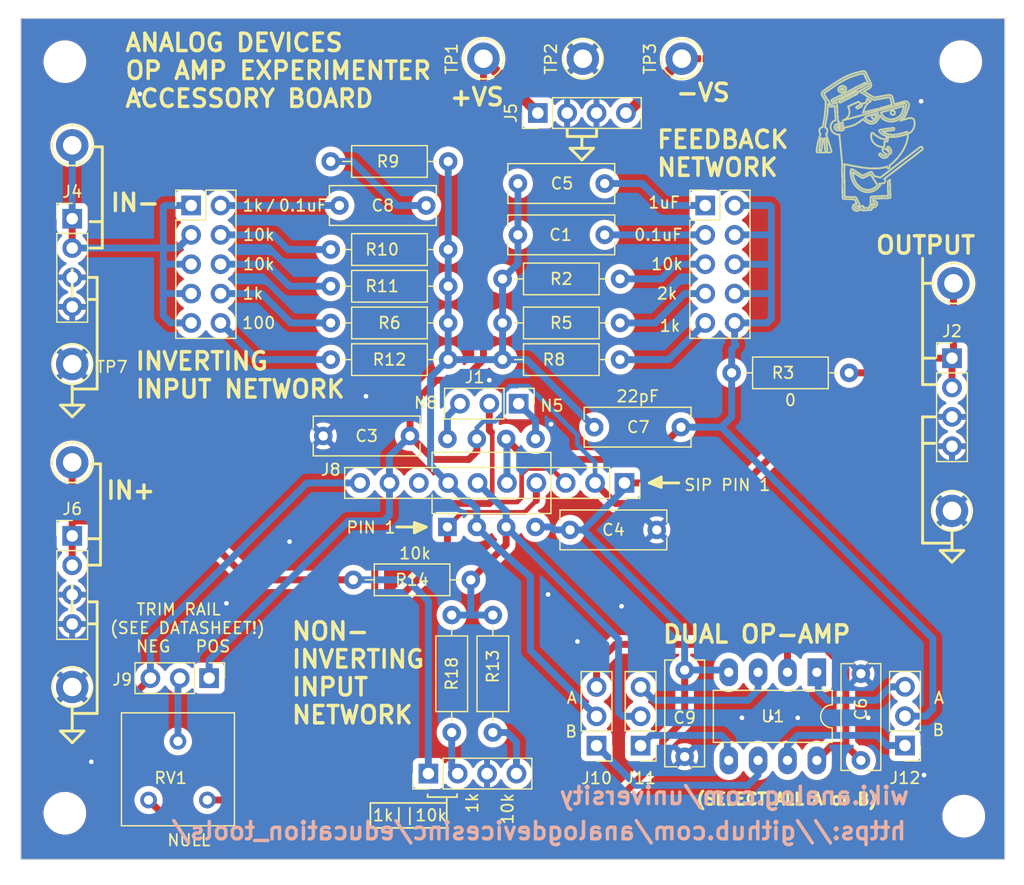
<source format=kicad_pcb>
(kicad_pcb (version 20221018) (generator pcbnew)
  (layers (0 "F.Cu" signal) (31 "B.Cu" signal) (34 "B.Paste" user) (35 "F.Paste" user) (36 "B.SilkS" user "B.Silkscreen") (37 "F.SilkS" user "F.Silkscreen") (38 "B.Mask" user) (39 "F.Mask" user) (44 "Edge.Cuts" user))
  (net 0 "")
  (net 1 "Net-(C8-Pad2)")
  (net 2 "GND")
  (net 3 "VSS")
  (net 4 "VCC")
  (net 5 "/NP1")
  (net 6 "/NP")
  (net 7 "/OUT")
  (net 8 "/IN+")
  (net 9 "/IN-")
  (net 10 "Net-(J9-Pin_2)")
  (net 11 "Net-(J10-Pin_1)")
  (net 12 "Net-(J10-Pin_3)")
  (net 13 "Net-(J11-Pin_1)")
  (net 14 "Net-(J11-Pin_3)")
  (net 15 "Net-(J12-Pin_1)")
  (net 16 "Net-(J12-Pin_3)")
  (net 18 "Net-(J2-Pin_1)")
  (net 19 "Net-(J14-Pin_2)")
  (net 20 "Net-(J14-Pin_1)")
  (net 21 "Net-(J14-Pin_4)")
  (net 22 "Net-(J14-Pin_6)")
  (net 23 "Net-(J14-Pin_8)")
  (net 24 "Net-(J14-Pin_10)")
  (net 25 "Net-(J15-Pin_3)")
  (net 26 "Net-(J15-Pin_1)")
  (net 27 "Net-(J15-Pin_5)")
  (net 28 "Net-(J15-Pin_7)")
  (net 29 "Net-(J15-Pin_9)")
  (net 30 "/NP2")
  (net 31 "/NN")
  (net 32 "Net-(J3-Pin_1)")
  (net 33 "Net-(J3-Pin_2)")
  (net 34 "Net-(J3-Pin_4)")
  (footprint "MountingHole:MountingHole_3.2mm_M3" (layer "F.Cu") (at 187.071 59.309)
    (fp_text reference "H1")
    (fp_text value "MountingHole")
  )
  (footprint "Package_DIP:DIP-8_W7.62mm" (layer "F.Cu") (at 142.681 99.568 90)
    (fp_text reference "U2")
    (fp_text value "LM741")
  )
  (footprint "Resistor_THT:R_Axial_DIN0207_L6.3mm_D2.5mm_P10.16mm_Horizontal" (layer "F.Cu") (at 146.608 107.188 -90)
    (fp_text reference "R13")
    (fp_text value "10k")
  )
  (footprint "Capacitor_THT:C_Rect_L9.0mm_W3.2mm_P7.50mm_MKT" (layer "F.Cu") (at 155.374 90.932)
    (fp_text reference "C7")
    (fp_text value "22pF")
  )
  (footprint "TestPoint:TestPoint_Keystone_5005-5009_Compact" (layer "F.Cu") (at 145.796 59.055 90)
    (fp_text reference "TP1")
    (fp_text value "TestPoint")
  )
  (footprint "Resistor_THT:R_Axial_DIN0207_L6.3mm_D2.5mm_P10.16mm_Horizontal" (layer "F.Cu") (at 147.447 85.09)
    (fp_text reference "R8")
    (fp_text value "1k")
  )
  (footprint "Connector_PinSocket_2.54mm:PinSocket_1x10_P2.54mm_Vertical" (layer "F.Cu") (at 157.988 95.758 -90)
    (fp_text reference "J8")
    (fp_text value "Conn_01x10_Socket")
  )
  (footprint "Connector_PinHeader_2.54mm:PinHeader_1x03_P2.54mm_Vertical" (layer "F.Cu") (at 159.385 118.491 180)
    (fp_text reference "J11")
    (fp_text value "Conn_01x03_Pin")
  )
  (footprint "TestPoint:TestPoint_Keystone_5005-5009_Compact" (layer "F.Cu") (at 110.236 66.548)
    (fp_text reference "TP6")
    (fp_text value "TestPoint")
  )
  (footprint "TestPoint:TestPoint_Keystone_5005-5009_Compact" (layer "F.Cu") (at 186.309 98.171)
    (fp_text reference "TP5")
    (fp_text value "TestPoint")
  )
  (footprint "TestPoint:TestPoint_Keystone_5005-5009_Compact" (layer "F.Cu") (at 110.236 113.411)
    (fp_text reference "TP9")
    (fp_text value "TestPoint")
  )
  (footprint "lumped-transmission-line:PROFF" (layer "F.Cu") (at 174.52775 72.28405)
    (fp_text reference "U$1" hide)
    (fp_text value "PROFF" hide)
  )
  (footprint "Connector_PinHeader_2.54mm:PinHeader_1x03_P2.54mm_Vertical" (layer "F.Cu") (at 122.077 112.649 -90)
    (fp_text reference "J9")
    (fp_text value "Conn_01x03_Pin")
  )
  (footprint "TestPoint:TestPoint_Keystone_5005-5009_Compact" (layer "F.Cu") (at 110.236 93.98)
    (fp_text reference "TP8")
    (fp_text value "TestPoint")
  )
  (footprint "Capacitor_THT:C_Rect_L9.0mm_W3.2mm_P7.50mm_MKT" (layer "F.Cu") (at 178.435 119.761 90)
    (fp_text reference "C6")
    (fp_text value "1.0uF")
  )
  (footprint "Connector_PinHeader_2.54mm:PinHeader_1x03_P2.54mm_Vertical" (layer "F.Cu") (at 182.245 118.476 180)
    (fp_text reference "J12")
    (fp_text value "Conn_01x03_Pin")
  )
  (footprint "Connector_PinHeader_2.54mm:PinHeader_1x03_P2.54mm_Vertical" (layer "F.Cu") (at 148.844 88.9 -90)
    (fp_text reference "J1")
    (fp_text value "Conn_01x03_Pin")
  )
  (footprint "Capacitor_THT:C_Rect_L9.0mm_W3.2mm_P7.50mm_MKT" (layer "F.Cu") (at 160.782 99.822 180)
    (fp_text reference "C4")
    (fp_text value "1.0uF")
  )
  (footprint "TestPoint:TestPoint_Keystone_5005-5009_Compact" (layer "F.Cu") (at 186.436 78.486)
    (fp_text reference "TP4")
    (fp_text value "TestPoint")
  )
  (footprint "MountingHole:MountingHole_3.2mm_M3" (layer "F.Cu") (at 109.601 59.309)
    (fp_text reference "H2")
    (fp_text value "MountingHole")
  )
  (footprint "Capacitor_THT:C_Rect_L9.0mm_W3.2mm_P7.50mm_MKT" (layer "F.Cu") (at 148.777 69.85)
    (fp_text reference "C5")
    (fp_text value "1uF")
  )
  (footprint "MountingHole:MountingHole_3.2mm_M3" (layer "F.Cu") (at 187.325 124.587)
    (fp_text reference "H3")
    (fp_text value "MountingHole")
  )
  (footprint "Connector_PinHeader_2.54mm:PinHeader_1x04_P2.54mm_Vertical" (layer "F.Cu") (at 141.03 120.904 90)
    (fp_text reference "J3")
    (fp_text value "Conn_01x04_Pin")
  )
  (footprint "Resistor_THT:R_Axial_DIN0207_L6.3mm_D2.5mm_P10.16mm_Horizontal" (layer "F.Cu") (at 147.447 81.915)
    (fp_text reference "R5")
    (fp_text value "2k")
  )
  (footprint "Connector_PinHeader_2.54mm:PinHeader_2x05_P2.54mm_Vertical" (layer "F.Cu") (at 120.523 71.755)
    (fp_text reference "J14")
    (fp_text value "Conn_02x05_Odd_Even")
  )
  (footprint "Capacitor_THT:C_Rect_L9.0mm_W3.2mm_P7.50mm_MKT" (layer "F.Cu") (at 148.777 74.295)
    (fp_text reference "C1")
    (fp_text value "0.1uF")
  )
  (footprint "Capacitor_THT:C_Rect_L9.0mm_W3.2mm_P7.50mm_MKT" (layer "F.Cu") (at 163.195 119.447 90)
    (fp_text reference "C9")
    (fp_text value "1.0uF")
  )
  (footprint "Connector_PinHeader_2.54mm:PinHeader_1x04_P2.54mm_Vertical" (layer "F.Cu") (at 186.309 84.963)
    (fp_text reference "J2")
    (fp_text value "Conn_01x04_Pin")
  )
  (footprint "Potentiometer_THT:Potentiometer_Bourns_3386F_Vertical" (layer "F.Cu") (at 121.92 123.19 90)
    (fp_text reference "RV1")
    (fp_text value "1k")
  )
  (footprint "Connector_PinHeader_2.54mm:PinHeader_2x05_P2.54mm_Vertical" (layer "F.Cu") (at 164.973 71.755)
    (fp_text reference "J15")
    (fp_text value "Conn_02x05_Odd_Even")
  )
  (footprint "Capacitor_THT:C_Rect_L9.0mm_W3.2mm_P7.50mm_MKT" (layer "F.Cu") (at 133.343 71.755)
    (fp_text reference "C8")
    (fp_text value "0.1uF")
  )
  (footprint "Resistor_THT:R_Axial_DIN0207_L6.3mm_D2.5mm_P10.16mm_Horizontal" (layer "F.Cu") (at 132.588 75.565)
    (fp_text reference "R10")
    (fp_text value "10k")
  )
  (footprint "Resistor_THT:R_Axial_DIN0207_L6.3mm_D2.5mm_P10.16mm_Horizontal" (layer "F.Cu") (at 132.588 78.74)
    (fp_text reference "R11")
    (fp_text value "10k")
  )
  (footprint "Connector_PinHeader_2.54mm:PinHeader_1x04_P2.54mm_Vertical" (layer "F.Cu") (at 110.236 100.34)
    (fp_text reference "J6")
    (fp_text value "Conn_01x04_Pin")
  )
  (footprint "Resistor_THT:R_Axial_DIN0207_L6.3mm_D2.5mm_P10.16mm_Horizontal" (layer "F.Cu") (at 167.259 86.233)
    (fp_text reference "R3")
    (fp_text value "0")
  )
  (footprint "Resistor_THT:R_Axial_DIN0207_L6.3mm_D2.5mm_P10.16mm_Horizontal" (layer "F.Cu") (at 134.543 104.14)
    (fp_text reference "R14")
    (fp_text value "10k")
  )
  (footprint "Connector_PinHeader_2.54mm:PinHeader_1x04_P2.54mm_Vertical" (layer "F.Cu") (at 110.236 72.898)
    (fp_text reference "J4")
    (fp_text value "Conn_01x04_Pin")
  )
  (footprint "Resistor_THT:R_Axial_DIN0207_L6.3mm_D2.5mm_P10.16mm_Horizontal" (layer "F.Cu") (at 132.588 81.915)
    (fp_text reference "R6")
    (fp_text value "1k")
  )
  (footprint "Resistor_THT:R_Axial_DIN0207_L6.3mm_D2.5mm_P10.16mm_Horizontal" (layer "F.Cu") (at 132.588 85.09)
    (fp_text reference "R12")
    (fp_text value "100")
  )
  (footprint "Package_DIP:DIP-8_W7.62mm_LongPads" (layer "F.Cu") (at 174.625 112.141 -90)
    (fp_text reference "U1")
    (fp_text value "LM358")
  )
  (footprint "Resistor_THT:R_Axial_DIN0207_L6.3mm_D2.5mm_P10.16mm_Horizontal" (layer "F.Cu") (at 132.588 67.945)
    (fp_text reference "R9")
    (fp_text value "1k")
  )
  (footprint "TestPoint:TestPoint_Keystone_5005-5009_Compact" (layer "F.Cu") (at 154.386 59.055 90)
    (fp_text reference "TP2")
    (fp_text value "TestPoint")
  )
  (footprint "Connector_PinHeader_2.54mm:PinHeader_1x03_P2.54mm_Vertical" (layer "F.Cu") (at 155.575 118.491 180)
    (fp_text reference "J10")
    (fp_text value "Conn_01x03_Pin")
  )
  (footprint "Capacitor_THT:C_Rect_L9.0mm_W3.2mm_P7.50mm_MKT" (layer "F.Cu") (at 139.446 91.694 180)
    (fp_text reference "C3")
    (fp_text value "1.0uF")
  )
  (footprint "TestPoint:TestPoint_Keystone_5005-5009_Compact" (layer "F.Cu") (at 110.236 85.471)
    (fp_text reference "TP7")
    (fp_text value "TestPoint")
  )
  (footprint "Resistor_THT:R_Axial_DIN0207_L6.3mm_D2.5mm_P10.16mm_Horizontal" (layer "F.Cu") (at 143.052 107.188 -90)
    (fp_text reference "R18")
    (fp_text value "1k")
  )
  (footprint "TestPoint:TestPoint_Keystone_5005-5009_Compact" (layer "F.Cu") (at 162.941 59.055 90)
    (fp_text reference "TP3")
    (fp_text value "TestPoint")
  )
  (footprint "Connector_PinHeader_2.54mm:PinHeader_1x04_P2.54mm_Vertical" (layer "F.Cu") (at 150.495 63.754 90)
    (fp_text reference "J5")
    (fp_text value "Conn_01x04_Pin")
  )
  (footprint "MountingHole:MountingHole_3.2mm_M3" (layer "F.Cu") (at 109.601 124.333)
    (fp_text reference "H4")
    (fp_text value "MountingHole")
  )
  (footprint "Resistor_THT:R_Axial_DIN0207_L6.3mm_D2.5mm_P10.16mm_Horizontal" (layer "F.Cu") (at 147.447 78.105)
    (fp_text reference "R2")
    (fp_text value "10k")
  )
  (gr_line (start 112.8395 73.152) (end 111.79175 73.152) (stroke (width 0.25)) (layer "F.SilkS"))
  (gr_line (start 141.986 125.603) (end 142.621 125.603) (stroke (width 0.15)) (layer "F.SilkS"))
  (gr_line (start 140.843 99.568) (end 139.827 99.187) (stroke (width 0.25)) (layer "F.SilkS"))
  (gr_line (start 183.769 90.043) (end 184.8485 90.043) (stroke (width 0.25)) (layer "F.SilkS"))
  (gr_line (start 187.325 101.6) (end 186.309 101.6) (stroke (width 0.25)) (layer "F.SilkS"))
  (gr_line (start 110.236 104.648) (end 110.236 106.934) (stroke (width 0.25)) (layer "F.SilkS"))
  (gr_line (start 112.68075 100.584) (end 111.633 100.584) (stroke (width 0.25)) (layer "F.SilkS"))
  (gr_line (start 110.236 115.316) (end 110.236 117.221) (stroke (width 0.25)) (layer "F.SilkS"))
  (gr_line (start 109.22 117.221) (end 110.236 118.237) (stroke (width 0.25)) (layer "F.SilkS"))
  (gr_line (start 110.236 77.343) (end 110.236 79.629) (stroke (width 0.25)) (layer "F.SilkS"))
  (gr_line (start 143.51 122.936) (end 143.51 122.682) (stroke (width 0.15)) (layer "F.SilkS"))
  (gr_line (start 110.236 90.043) (end 111.252 89.027) (stroke (width 0.25)) (layer "F.SilkS"))
  (gr_line (start 111.252 89.027) (end 110.236 89.027) (stroke (width 0.25)) (layer "F.SilkS"))
  (gr_line (start 161.163 95.25) (end 160.147 95.758) (stroke (width 0.25)) (layer "F.SilkS"))
  (gr_line (start 112.68075 102.87) (end 111.60125 102.87) (stroke (width 0.25)) (layer "F.SilkS"))
  (gr_line (start 112.8395 66.675) (end 112.0775 66.675) (stroke (width 0.25)) (layer "F.SilkS"))
  (gr_line (start 183.769 76.327) (end 183.769 87.249) (stroke (width 0.25)) (layer "F.SilkS"))
  (gr_line (start 183.769 84.963) (end 184.81675 84.963) (stroke (width 0.25)) (layer "F.SilkS"))
  (gr_line (start 136.017 125.603) (end 141.986 125.603) (stroke (width 0.15)) (layer "F.SilkS"))
  (gr_line (start 185.293 101.6) (end 186.309 102.616) (stroke (width 0.25)) (layer "F.SilkS"))
  (gr_line (start 154.305 66.802) (end 153.289 66.802) (stroke (width 0.25)) (layer "F.SilkS"))
  (gr_line (start 153.289 66.802) (end 154.305 67.818) (stroke (width 0.25)) (layer "F.SilkS"))
  (gr_line (start 111.633 106.045) (end 112.395 106.045) (stroke (width 0.25)) (layer "F.SilkS"))
  (gr_line (start 111.633 79.883) (end 112.395 79.883) (stroke (width 0.25)) (layer "F.SilkS"))
  (gr_line (start 138.303 99.568) (end 140.462 99.568) (stroke (width 0.25)) (layer "F.SilkS"))
  (gr_line (start 153.035 65.151) (end 153.035 65.786) (stroke (width 0.25)) (layer "F.SilkS"))
  (gr_line (start 139.827 99.187) (end 139.827 99.568) (stroke (width 0.25)) (layer "F.SilkS"))
  (gr_line (start 183.769 92.329) (end 184.81675 92.329) (stroke (width 0.25)) (layer "F.SilkS"))
  (gr_line (start 161.163 95.885) (end 160.655 95.885) (stroke (width 0.25)) (layer "F.SilkS"))
  (gr_line (start 111.252 117.221) (end 110.236 117.221) (stroke (width 0.25)) (layer "F.SilkS"))
  (gr_line (start 186.309 100.076) (end 186.309 101.6) (stroke (width 0.25)) (layer "F.SilkS"))
  (gr_line (start 154.305 65.786) (end 154.305 66.802) (stroke (width 0.25)) (layer "F.SilkS"))
  (gr_line (start 111.633 77.978) (end 112.395 77.978) (stroke (width 0.25)) (layer "F.SilkS"))
  (gr_line (start 136.017 123.444) (end 136.017 125.603) (stroke (width 0.15)) (layer "F.SilkS"))
  (gr_line (start 142.621 123.444) (end 142.621 125.222) (stroke (width 0.15)) (layer "F.SilkS"))
  (gr_line (start 112.395 77.978) (end 112.395 87.63) (stroke (width 0.25)) (layer "F.SilkS"))
  (gr_line (start 112.68075 94.107) (end 112.68075 102.87) (stroke (width 0.25)) (layer "F.SilkS"))
  (gr_line (start 110.236 115.697) (end 112.395 115.697) (stroke (width 0.25)) (layer "F.SilkS"))
  (gr_line (start 186.309 101.6) (end 185.293 101.6) (stroke (width 0.25)) (layer "F.SilkS"))
  (gr_line (start 111.633 107.95) (end 112.395 107.95) (stroke (width 0.25)) (layer "F.SilkS"))
  (gr_line (start 140.97 122.936) (end 143.51 122.936) (stroke (width 0.15)) (layer "F.SilkS"))
  (gr_line (start 110.236 118.237) (end 111.252 117.221) (stroke (width 0.25)) (layer "F.SilkS"))
  (gr_line (start 142.621 123.444) (end 142.621 122.936) (stroke (width 0.15)) (layer "F.SilkS"))
  (gr_line (start 160.147 95.758) (end 161.163 96.139) (stroke (width 0.25)) (layer "F.SilkS"))
  (gr_line (start 154.305 67.818) (end 155.321 66.802) (stroke (width 0.25)) (layer "F.SilkS"))
  (gr_line (start 110.236 87.376) (end 110.236 89.027) (stroke (width 0.25)) (layer "F.SilkS"))
  (gr_line (start 155.575 65.151) (end 155.575 65.786) (stroke (width 0.25)) (layer "F.SilkS"))
  (gr_line (start 139.827 100.076) (end 140.843 99.568) (stroke (width 0.25)) (layer "F.SilkS"))
  (gr_line (start 136.017 123.444) (end 142.621 123.444) (stroke (width 0.15)) (layer "F.SilkS"))
  (gr_line (start 110.236 89.027) (end 109.22 89.027) (stroke (width 0.25)) (layer "F.SilkS"))
  (gr_line (start 142.621 125.603) (end 142.621 125.222) (stroke (width 0.15)) (layer "F.SilkS"))
  (gr_line (start 110.236 87.63) (end 112.395 87.63) (stroke (width 0.25)) (layer "F.SilkS"))
  (gr_line (start 183.769 100.965) (end 183.769 90.043) (stroke (width 0.25)) (layer "F.SilkS"))
  (gr_line (start 112.68075 94.107) (end 111.91875 94.107) (stroke (width 0.25)) (layer "F.SilkS"))
  (gr_line (start 183.769 87.249) (end 184.8485 87.249) (stroke (width 0.25)) (layer "F.SilkS"))
  (gr_line (start 183.769 100.965) (end 186.309 100.965) (stroke (width 0.25)) (layer "F.SilkS"))
  (gr_line (start 110.236 117.221) (end 109.22 117.221) (stroke (width 0.25)) (layer "F.SilkS"))
  (gr_line (start 139.827 99.568) (end 139.827 100.076) (stroke (width 0.25)) (layer "F.SilkS"))
  (gr_line (start 183.769 78.486) (end 184.531 78.486) (stroke (width 0.25)) (layer "F.SilkS"))
  (gr_line (start 161.163 95.504) (end 160.655 95.504) (stroke (width 0.25)) (layer "F.SilkS"))
  (gr_line (start 155.321 66.802) (end 154.305 66.802) (stroke (width 0.25)) (layer "F.SilkS"))
  (gr_line (start 127.127 72.263) (end 127.635 71.247) (stroke (width 0.15)) (layer "F.SilkS"))
  (gr_line (start 140.97 122.682) (end 140.97 122.936) (stroke (width 0.15)) (layer "F.SilkS"))
  (gr_line (start 161.163 95.758) (end 161.163 95.25) (stroke (width 0.25)) (layer "F.SilkS"))
  (gr_line (start 112.8395 75.438) (end 111.76 75.438) (stroke (width 0.25)) (layer "F.SilkS"))
  (gr_line (start 153.035 65.786) (end 155.575 65.786) (stroke (width 0.25)) (layer "F.SilkS"))
  (gr_line (start 186.309 102.616) (end 187.325 101.6) (stroke (width 0.25)) (layer "F.SilkS"))
  (gr_line (start 161.163 96.139) (end 161.163 95.758) (stroke (width 0.25)) (layer "F.SilkS"))
  (gr_line (start 112.8395 66.675) (end 112.8395 75.438) (stroke (width 0.25)) (layer "F.SilkS"))
  (gr_line (start 139.827 99.822) (end 140.335 99.822) (stroke (width 0.25)) (layer "F.SilkS"))
  (gr_line (start 109.22 89.027) (end 110.236 90.043) (stroke (width 0.25)) (layer "F.SilkS"))
  (gr_line (start 139.827 99.441) (end 140.335 99.441) (stroke (width 0.25)) (layer "F.SilkS"))
  (gr_line (start 162.687 95.758) (end 160.528 95.758) (stroke (width 0.25)) (layer "F.SilkS"))
  (gr_line (start 112.395 106.045) (end 112.395 115.697) (stroke (width 0.25)) (layer "F.SilkS"))
  (gr_rect (start 105.791 55.5625) (end 190.881 128.3335) (stroke (width 0.1)) (fill none) (layer "Edge.Cuts"))
  (gr_text "https://github.com/analogdevicesinc/education_tools/" (at 182.499 126.746) (layer "B.SilkS") (effects (font (size 1.5 1.5) (thickness 0.3) bold) (justify left bottom mirror)))
  (gr_text "wiki.analog.com/university" (at 182.753 123.698) (layer "B.SilkS") (effects (font (size 1.5 1.5) (thickness 0.3) bold) (justify left bottom mirror)))
  (gr_text "SIP PIN 1" (at 163.068 96.52) (layer "F.SilkS") (effects (font (size 1 1)) (justify left bottom)))
  (gr_text "ANALOG DEVICES\nOP AMP EXPERIMENTER\nACCESSORY BOARD" (at 114.681 63.373) (layer "F.SilkS") (effects (font (size 1.5 1.5) (thickness 0.3) bold) (justify left bottom)))
  (gr_text "PIN 1" (at 133.858 100.203) (layer "F.SilkS") (effects (font (size 1 1)) (justify left bottom)))
  (gr_text "POS" (at 120.807 110.49) (layer "F.SilkS") (effects (font (size 1 1)) (justify left bottom)))
  (gr_text "NULL" (at 118.364 127.254) (layer "F.SilkS") (effects (font (size 1 1)) (justify left bottom)))
  (gr_text "DUAL OP-AMP" (at 161.163 109.728) (layer "F.SilkS") (effects (font (size 1.5 1.5) (thickness 0.3) bold) (justify left bottom)))
  (gr_text "(SELECT ALL A or B)" (at 164.084 123.698) (layer "F.SilkS") (effects (font (size 1 1) (thickness 0.25) bold) (justify left bottom)))
  (gr_text "1k||10k" (at 136.144 125.095) (layer "F.SilkS") (effects (font (size 1 1)) (justify left bottom)))
  (gr_text "A" (at 184.658 114.935) (layer "F.SilkS") (effects (font (size 1 1)) (justify left bottom)))
  (gr_text "+VS" (at 142.748 63.246) (layer "F.SilkS") (effects (font (size 1.5 1.5) (thickness 0.3) bold) (justify left bottom)))
  (gr_text "FEEDBACK\nNETWORK" (at 160.655 69.342) (layer "F.SilkS") (effects (font (size 1.5 1.5) (thickness 0.3) bold) (justify left bottom)))
  (gr_text "N5" (at 150.622 89.662) (layer "F.SilkS") (effects (font (size 1 1)) (justify left bottom)))
  (gr_text "NON-\nINVERTING\nINPUT\nNETWORK" (at 129.082 116.713) (layer "F.SilkS") (effects (font (size 1.5 1.5) (thickness 0.3) bold) (justify left bottom)))
  (gr_text "IN-" (at 113.411 72.39) (layer "F.SilkS") (effects (font (size 1.5 1.5) (thickness 0.3) bold) (justify left bottom)))
  (gr_text "A" (at 152.908 114.935) (layer "F.SilkS") (effects (font (size 1 1)) (justify left bottom)))
  (gr_text "INVERTING\nINPUT NETWORK" (at 115.57 88.519) (layer "F.SilkS") (effects (font (size 1.5 1.5) (thickness 0.3) bold) (justify left bottom)))
  (gr_text "IN+" (at 113.03 97.282) (layer "F.SilkS") (effects (font (size 1.5 1.5) (thickness 0.3) bold) (justify left bottom)))
  (gr_text "B" (at 152.781 117.856) (layer "F.SilkS") (effects (font (size 1 1)) (justify left bottom)))
  (gr_text "B" (at 184.531 117.729) (layer "F.SilkS") (effects (font (size 1 1)) (justify left bottom)))
  (gr_text "   TRIM RAIL\n(SEE DATASHEET!)" (at 113.411 108.899) (layer "F.SilkS") (effects (font (size 1 1)) (justify left bottom)))
  (gr_text "-VS" (at 162.306 62.865) (layer "F.SilkS") (effects (font (size 1.5 1.5) (thickness 0.3) bold) (justify left bottom)))
  (gr_text "NEG" (at 115.667 110.49) (layer "F.SilkS") (effects (font (size 1 1)) (justify left bottom)))
  (gr_text "N8" (at 139.7 89.408) (layer "F.SilkS") (effects (font (size 1 1)) (justify left bottom)))
  (gr_text "OUTPUT" (at 179.578 76.073) (layer "F.SilkS") (effects (font (size 1.5 1.5) (thickness 0.3) bold) (justify left bottom)))
  (segment (start 138.303 71.755) (end 140.843 71.755) (width 0.6) (layer "B.Cu") (net 1))
  (segment (start 134.493 67.945) (end 138.303 71.755) (width 0.6) (layer "B.Cu") (net 1))
  (segment (start 132.588 67.945) (end 134.493 67.945) (width 0.6) (layer "B.Cu") (net 1))
  (via (at 116.078 62.103) (size 0.8) (drill 0.4) (layers "F.Cu" "B.Cu") (net 2))
  (via (at 146.304 86.868) (size 0.8) (drill 0.4) (layers "F.Cu" "B.Cu") (net 2))
  (via (at 123.571 106.172) (size 0.8) (drill 0.4) (layers "F.Cu" "B.Cu") (net 2))
  (via (at 111.887 119.888) (size 0.8) (drill 0.4) (layers "F.Cu" "B.Cu") (net 2))
  (via (at 170.688 116.078) (size 0.8) (drill 0.4) (layers "F.Cu" "B.Cu") (net 2))
  (via (at 179.07 116.078) (size 0.8) (drill 0.4) (layers "F.Cu" "B.Cu") (net 2))
  (via (at 151.384 105.41) (size 0.8) (drill 0.4) (layers "F.Cu" "B.Cu") (net 2))
  (via (at 183.642 62.738) (size 0.8) (drill 0.4) (layers "F.Cu" "B.Cu") (net 2))
  (via (at 151.638 90.678) (size 0.8) (drill 0.4) (layers "F.Cu" "B.Cu") (net 2))
  (via (at 157.734 106.426) (size 0.8) (drill 0.4) (layers "F.Cu" "B.Cu") (net 2))
  (via (at 183.896 121.031) (size 0.8) (drill 0.4) (layers "F.Cu" "B.Cu") (net 2))
  (via (at 168.148 116.078) (size 0.8) (drill 0.4) (layers "F.Cu" "B.Cu") (net 2))
  (via (at 153.924 109.474) (size 0.8) (drill 0.4) (layers "F.Cu" "B.Cu") (net 2))
  (via (at 129.032 100.838) (size 0.8) (drill 0.4) (layers "F.Cu" "B.Cu") (net 2))
  (via (at 135.636 88.265) (size 0.8) (drill 0.4) (layers "F.Cu" "B.Cu") (net 2))
  (via (at 172.974 116.078) (size 0.8) (drill 0.4) (layers "F.Cu" "B.Cu") (net 2))
  (segment (start 153.322 127.254) (end 116.84 127.254) (width 0.6) (layer "F.Cu") (net 3))
  (segment (start 114.046 124.46) (end 114.046 115.6) (width 0.6) (layer "F.Cu") (net 3))
  (segment (start 172.339 59.055) (end 173.228 59.944) (width 0.6) (layer "F.Cu") (net 3))
  (segment (start 161.29 119.286) (end 153.322 127.254) (width 0.6) (layer "F.Cu") (net 3))
  (segment (start 158.242 63.754) (end 162.941 59.055) (width 0.9) (layer "F.Cu") (net 3))
  (segment (start 173.228 90.932) (end 168.402 95.758) (width 0.6) (layer "F.Cu") (net 3))
  (segment (start 161.29 118.11) (end 161.29 119.286) (width 0.6) (layer "F.Cu") (net 3))
  (segment (start 158.115 63.754) (end 158.242 63.754) (width 0.9) (layer "F.Cu") (net 3))
  (segment (start 168.402 95.758) (end 157.988 95.758) (width 0.6) (layer "F.Cu") (net 3))
  (segment (start 162.941 59.055) (end 172.339 59.055) (width 0.6) (layer "F.Cu") (net 3))
  (segment (start 114.046 115.6) (end 116.997 112.649) (width 0.6) (layer "F.Cu") (net 3))
  (segment (start 163.195 111.947) (end 163.195 116.205) (width 0.6) (layer "F.Cu") (net 3))
  (segment (start 163.195 116.205) (end 161.29 118.11) (width 0.6) (layer "F.Cu") (net 3))
  (segment (start 173.228 59.944) (end 173.228 90.932) (width 0.6) (layer "F.Cu") (net 3))
  (segment (start 116.84 127.254) (end 114.046 124.46) (width 0.6) (layer "F.Cu") (net 3))
  (segment (start 116.997 112.649) (end 116.997 109.317) (width 0.6) (layer "B.Cu") (net 3))
  (segment (start 153.282 99.822) (end 154.432 99.822) (width 0.6) (layer "B.Cu") (net 3))
  (segment (start 151.892 99.822) (end 153.282 99.822) (width 0.6) (layer "B.Cu") (net 3))
  (segment (start 151.638 99.568) (end 151.892 99.822) (width 0.6) (layer "B.Cu") (net 3))
  (segment (start 166.811 111.947) (end 167.005 112.141) (width 0.6) (layer "B.Cu") (net 3))
  (segment (start 154.432 99.822) (end 157.988 96.266) (width 0.6) (layer "B.Cu") (net 3))
  (segment (start 163.195 111.947) (end 163.195 108.585) (width 0.6) (layer "B.Cu") (net 3))
  (segment (start 163.195 108.585) (end 154.432 99.822) (width 0.6) (layer "B.Cu") (net 3))
  (segment (start 150.301 99.568) (end 151.638 99.568) (width 0.6) (layer "B.Cu") (net 3))
  (segment (start 130.556 95.758) (end 135.128 95.758) (width 0.6) (layer "B.Cu") (net 3))
  (segment (start 163.195 111.947) (end 166.811 111.947) (width 0.6) (layer "B.Cu") (net 3))
  (segment (start 157.988 96.266) (end 157.988 95.758) (width 0.6) (layer "B.Cu") (net 3))
  (segment (start 116.997 109.317) (end 130.556 95.758) (width 0.6) (layer "B.Cu") (net 3))
  (segment (start 150.495 63.754) (end 145.796 59.055) (width 0.9) (layer "F.Cu") (net 4))
  (segment (start 162.814 97.536) (end 177.135 111.857) (width 0.6) (layer "F.Cu") (net 4))
  (segment (start 144.526 93.726) (end 141.478 93.726) (width 0.6) (layer "F.Cu") (net 4))
  (segment (start 155.448 95.758) (end 157.226 97.536) (width 0.6) (layer "F.Cu") (net 4))
  (segment (start 157.226 97.536) (end 162.814 97.536) (width 0.6) (layer "F.Cu") (net 4))
  (segment (start 141.478 93.726) (end 139.446 91.694) (width 0.6) (layer "F.Cu") (net 4))
  (segment (start 145.796 85.09) (end 144.018 86.868) (width 0.6) (layer "F.Cu") (net 4))
  (segment (start 177.135 111.857) (end 177.135 118.461) (width 0.6) (layer "F.Cu") (net 4))
  (segment (start 141.732 86.868) (end 139.446 89.154) (width 0.6) (layer "F.Cu") (net 4))
  (segment (start 139.446 89.154) (end 139.446 91.694) (width 0.6) (layer "F.Cu") (net 4))
  (segment (start 145.221 93.031) (end 144.526 93.726) (width 0.6) (layer "F.Cu") (net 4))
  (segment (start 145.221 91.948) (end 145.221 93.031) (width 0.6) (layer "F.Cu") (net 4))
  (segment (start 145.796 59.055) (end 145.796 85.09) (width 0.6) (layer "F.Cu") (net 4))
  (segment (start 175.925 118.461) (end 177.135 118.461) (width 0.6) (layer "F.Cu") (net 4))
  (segment (start 174.625 119.761) (end 175.925 118.461) (width 0.6) (layer "F.Cu") (net 4))
  (segment (start 144.018 86.868) (end 141.732 86.868) (width 0.6) (layer "F.Cu") (net 4))
  (segment (start 177.135 118.461) (end 178.435 119.761) (width 0.6) (layer "F.Cu") (net 4))
  (segment (start 145.221 90.999) (end 145.796 90.424) (width 0.4) (layer "B.Cu") (net 4))
  (segment (start 145.221 91.948) (end 145.221 90.999) (width 0.4) (layer "B.Cu") (net 4))
  (segment (start 137.668 95.758) (end 137.668 93.472) (width 0.6) (layer "B.Cu") (net 4))
  (segment (start 149.67 87.376) (end 153.924 91.63) (width 0.4) (layer "B.Cu") (net 4))
  (segment (start 146.812 90.424) (end 147.574 89.662) (width 0.4) (layer "B.Cu") (net 4))
  (segment (start 147.574 89.662) (end 147.574 87.884) (width 0.4) (layer "B.Cu") (net 4))
  (segment (start 153.924 92.456) (end 155.448 93.98) (width 0.4) (layer "B.Cu") (net 4))
  (segment (start 122.077 111.095) (end 134.112 99.06) (width 0.6) (layer "B.Cu") (net 4))
  (segment (start 137.16 99.06) (end 137.668 98.552) (width 0.6) (layer "B.Cu") (net 4))
  (segment (start 153.924 91.63) (end 153.924 92.456) (width 0.4) (layer "B.Cu") (net 4))
  (segment (start 137.668 93.472) (end 139.446 91.694) (width 0.6) (layer "B.Cu") (net 4))
  (segment (start 155.448 93.98) (end 155.448 95.758) (width 0.4) (layer "B.Cu") (net 4))
  (segment (start 145.796 90.424) (end 146.812 90.424) (width 0.4) (layer "B.Cu") (net 4))
  (segment (start 122.077 112.649) (end 122.077 111.095) (width 0.6) (layer "B.Cu") (net 4))
  (segment (start 147.574 87.884) (end 148.082 87.376) (width 0.4) (layer "B.Cu") (net 4))
  (segment (start 134.112 99.06) (end 137.16 99.06) (width 0.6) (layer "B.Cu") (net 4))
  (segment (start 148.082 87.376) (end 149.67 87.376) (width 0.4) (layer "B.Cu") (net 4))
  (segment (start 137.668 98.552) (end 137.668 95.758) (width 0.6) (layer "B.Cu") (net 4))
  (segment (start 150.301 90.357) (end 148.844 88.9) (width 0.6) (layer "B.Cu") (net 5))
  (segment (start 150.301 91.948) (end 150.301 90.357) (width 0.6) (layer "B.Cu") (net 5))
  (segment (start 149.098 97.028) (end 148.717 97.409) (width 0.4) (layer "F.Cu") (net 6))
  (segment (start 146.304 91.192522) (end 146.491 91.379522) (width 0.6) (layer "F.Cu") (net 6))
  (segment (start 152.908 95.758) (end 151.658 94.508) (width 0.4) (layer "F.Cu") (net 6))
  (segment (start 146.558 97.282) (end 146.304 97.536) (width 0.6) (layer "F.Cu") (net 6))
  (segment (start 136.398 110.49) (end 123.698 123.19) (width 0.6) (layer "F.Cu") (net 6))
  (segment (start 149.098 94.996) (end 149.098 97.028) (width 0.4) (layer "F.Cu") (net 6))
  (segment (start 146.491 91.379522) (end 146.558 91.446522) (width 0.25) (layer "F.Cu") (net 6))
  (segment (start 146.558 91.446522) (end 146.558 97.282) (width 0.4) (layer "F.Cu") (net 6))
  (segment (start 146.304 97.536) (end 140.97 97.536) (width 0.6) (layer "F.Cu") (net 6))
  (segment (start 136.398 102.108) (end 136.398 110.49) (width 0.6) (layer "F.Cu") (net 6))
  (segment (start 140.97 97.536) (end 136.398 102.108) (width 0.6) (layer "F.Cu") (net 6))
  (segment (start 146.685 97.409) (end 146.558 97.282) (width 0.4) (layer "F.Cu") (net 6))
  (segment (start 149.586 94.508) (end 149.098 94.996) (width 0.4) (layer "F.Cu") (net 6))
  (segment (start 151.658 94.508) (end 149.586 94.508) (width 0.4) (layer "F.Cu") (net 6))
  (segment (start 123.698 123.19) (end 121.92 123.19) (width 0.6) (layer "F.Cu") (net 6))
  (segment (start 148.717 97.409) (end 146.685 97.409) (width 0.4) (layer "F.Cu") (net 6))
  (segment (start 146.304 88.9) (end 146.304 91.192522) (width 0.6) (layer "F.Cu") (net 6))
  (segment (start 147.761 91.948) (end 149.539 93.726) (width 0.6) (layer "F.Cu") (net 7))
  (segment (start 149.539 93.726) (end 160.08 93.726) (width 0.6) (layer "F.Cu") (net 7))
  (segment (start 160.08 93.726) (end 162.874 90.932) (width 0.6) (layer "F.Cu") (net 7))
  (segment (start 170.688 71.882) (end 170.688 74.422) (width 0.6) (layer "B.Cu") (net 7))
  (segment (start 167.259 86.233) (end 167.259 90.043) (width 0.6) (layer "B.Cu") (net 7))
  (segment (start 167.259 86.233) (end 167.259 84.201) (width 0.6) (layer "B.Cu") (net 7))
  (segment (start 170.561 79.375) (end 170.688 79.502) (width 0.6) (layer "B.Cu") (net 7))
  (segment (start 167.513 71.755) (end 170.561 71.755) (width 0.6) (layer "B.Cu") (net 7))
  (segment (start 184.658 109.22) (end 166.37 90.932) (width 0.6) (layer "B.Cu") (net 7))
  (segment (start 170.561 71.755) (end 170.688 71.882) (width 0.6) (layer "B.Cu") (net 7))
  (segment (start 167.259 90.043) (end 166.37 90.932) (width 0.6) (layer "B.Cu") (net 7))
  (segment (start 170.688 74.422) (end 170.688 76.962) (width 0.6) (layer "B.Cu") (net 7))
  (segment (start 170.561 76.835) (end 170.688 76.962) (width 0.6) (layer "B.Cu") (net 7))
  (segment (start 182.245 115.936) (end 184.038 115.936) (width 0.6) (layer "B.Cu") (net 7))
  (segment (start 170.688 79.502) (end 170.688 81.534) (width 0.6) (layer "B.Cu") (net 7))
  (segment (start 170.688 81.534) (end 170.307 81.915) (width 0.6) (layer "B.Cu") (net 7))
  (segment (start 167.513 74.295) (end 170.561 74.295) (width 0.6) (layer "B.Cu") (net 7))
  (segment (start 167.513 79.375) (end 170.561 79.375) (width 0.6) (layer "B.Cu") (net 7))
  (segment (start 184.658 115.316) (end 184.658 109.22) (width 0.6) (layer "B.Cu") (net 7))
  (segment (start 166.37 90.932) (end 162.874 90.932) (width 0.6) (layer "B.Cu") (net 7))
  (segment (start 184.038 115.936) (end 184.658 115.316) (width 0.6) (layer "B.Cu") (net 7))
  (segment (start 170.561 74.295) (end 170.688 74.422) (width 0.6) (layer "B.Cu") (net 7))
  (segment (start 167.513 83.693) (end 167.513 81.915) (width 0.6) (layer "B.Cu") (net 7))
  (segment (start 170.307 81.915) (end 167.513 81.915) (width 0.6) (layer "B.Cu") (net 7))
  (segment (start 147.828 92.015) (end 147.828 95.758) (width 0.6) (layer "B.Cu") (net 7))
  (segment (start 167.259 84.201) (end 167.64 83.82) (width 0.6) (layer "B.Cu") (net 7))
  (segment (start 170.688 76.962) (end 170.688 79.502) (width 0.6) (layer "B.Cu") (net 7))
  (segment (start 167.513 76.835) (end 170.561 76.835) (width 0.6) (layer "B.Cu") (net 7))
  (segment (start 167.64 83.82) (end 167.513 83.693) (width 0.6) (layer "B.Cu") (net 7))
  (segment (start 147.761 91.948) (end 147.828 92.015) (width 0.6) (layer "B.Cu") (net 7))
  (segment (start 147.761 99.568) (end 147.761 101.082) (width 0.6) (layer "F.Cu") (net 8))
  (segment (start 147.761 101.082) (end 144.703 104.14) (width 0.6) (layer "F.Cu") (net 8))
  (segment (start 159.385 115.951) (end 157.861 115.951) (width 0.6) (layer "B.Cu") (net 8))
  (segment (start 157.48 109.287) (end 147.761 99.568) (width 0.6) (layer "B.Cu") (net 8))
  (segment (start 143.052 107.188) (end 144.78 107.188) (width 0.6) (layer "B.Cu") (net 8))
  (segment (start 147.761 99.568) (end 147.761 98.231) (width 0.6) (layer "B.Cu") (net 8))
  (segment (start 144.703 107.111) (end 144.78 107.188) (width 0.6) (layer "B.Cu") (net 8))
  (segment (start 157.861 115.951) (end 157.48 115.57) (width 0.6) (layer "B.Cu") (net 8))
  (segment (start 144.78 107.188) (end 146.608 107.188) (width 0.6) (layer "B.Cu") (net 8))
  (segment (start 147.761 98.231) (end 145.288 95.758) (width 0.6) (layer "B.Cu") (net 8))
  (segment (start 144.703 104.14) (end 144.703 107.111) (width 0.6) (layer "B.Cu") (net 8))
  (segment (start 157.48 115.57) (end 157.48 109.287) (width 0.6) (layer "B.Cu") (net 8))
  (segment (start 149.86 103.886) (end 147.186 101.533) (width 0.6) (layer "B.Cu") (net 9))
  (segment (start 144.272 97.282) (end 142.748 95.758) (width 0.6) (layer "B.Cu") (net 9))
  (segment (start 144.526 97.282) (end 144.272 97.282) (width 0.6) (layer "B.Cu") (net 9))
  (segment (start 142.748 75.565) (end 142.748 67.945) (width 0.6) (layer "B.Cu") (net 9))
  (segment (start 155.575 115.951) (end 149.86 110.236) (width 0.6) (layer "B.Cu") (net 9))
  (segment (start 148.777 76.775) (end 147.447 78.105) (width 0.6) (layer "B.Cu") (net 9))
  (segment (start 147.447 85.09) (end 149.532 85.09) (width 0.6) (layer "B.Cu") (net 9))
  (segment (start 149.86 110.236) (end 149.86 103.886) (width 0.6) (layer "B.Cu") (net 9))
  (segment (start 142.748 95.758) (end 141.224 94.234) (width 0.6) (layer "B.Cu") (net 9))
  (segment (start 142.748 85.09) (end 147.447 85.09) (width 0.6) (layer "B.Cu") (net 9))
  (segment (start 147.447 78.105) (end 147.447 81.915) (width 0.6) (layer "B.Cu") (net 9))
  (segment (start 141.224 94.234) (end 141.224 86.614) (width 0.6) (layer "B.Cu") (net 9))
  (segment (start 148.777 74.295) (end 148.777 76.775) (width 0.6) (layer "B.Cu") (net 9))
  (segment (start 148.777 69.85) (end 148.777 74.295) (width 0.6) (layer "B.Cu") (net 9))
  (segment (start 145.221 99.568) (end 145.221 97.977) (width 0.6) (layer "B.Cu") (net 9))
  (segment (start 142.748 85.09) (end 142.748 81.915) (width 0.6) (layer "B.Cu") (net 9))
  (segment (start 141.224 86.614) (end 142.748 85.09) (width 0.6) (layer "B.Cu") (net 9))
  (segment (start 147.186 101.533) (end 145.221 99.568) (width 0.6) (layer "B.Cu") (net 9))
  (segment (start 145.221 97.977) (end 144.526 97.282) (width 0.6) (layer "B.Cu") (net 9))
  (segment (start 147.447 85.09) (end 147.447 81.915) (width 0.6) (layer "B.Cu") (net 9))
  (segment (start 142.748 78.74) (end 142.748 75.565) (width 0.6) (layer "B.Cu") (net 9))
  (segment (start 149.532 85.09) (end 155.374 90.932) (width 0.6) (layer "B.Cu") (net 9))
  (segment (start 142.748 81.915) (end 142.748 78.74) (width 0.6) (layer "B.Cu") (net 9))
  (segment (start 119.38 118.11) (end 119.38 112.806) (width 0.6) (layer "B.Cu") (net 10))
  (segment (start 119.38 112.806) (end 119.537 112.649) (width 0.6) (layer "B.Cu") (net 10))
  (segment (start 168.656 121.92) (end 169.545 121.031) (width 0.6) (layer "B.Cu") (net 11))
  (segment (start 169.545 121.031) (end 169.545 119.761) (width 0.6) (layer "B.Cu") (net 11))
  (segment (start 155.575 118.491) (end 159.004 121.92) (width 0.6) (layer "B.Cu") (net 11))
  (segment (start 159.004 121.92) (end 168.656 121.92) (width 0.6) (layer "B.Cu") (net 11))
  (segment (start 172.085 112.141) (end 172.085 109.855) (width 0.6) (layer "F.Cu") (net 12))
  (segment (start 155.575 111.379) (end 155.575 113.411) (width 0.6) (layer "F.Cu") (net 12))
  (segment (start 172.085 109.855) (end 171.958 109.728) (width 0.6) (layer "F.Cu") (net 12))
  (segment (start 157.226 109.728) (end 155.575 111.379) (width 0.6) (layer "F.Cu") (net 12))
  (segment (start 171.958 109.728) (end 157.226 109.728) (width 0.6) (layer "F.Cu") (net 12))
  (segment (start 159.385 118.491) (end 160.274 117.602) (width 0.6) (layer "B.Cu") (net 13))
  (segment (start 166.878 119.634) (end 167.005 119.761) (width 0.6) (layer "B.Cu") (net 13))
  (segment (start 166.878 118.11) (end 166.878 119.634) (width 0.6) (layer "B.Cu") (net 13))
  (segment (start 160.274 117.602) (end 166.37 117.602) (width 0.6) (layer "B.Cu") (net 13))
  (segment (start 166.37 117.602) (end 166.878 118.11) (width 0.6) (layer "B.Cu") (net 13))
  (segment (start 168.656 114.554) (end 169.545 113.665) (width 0.6) (layer "B.Cu") (net 14))
  (segment (start 160.528 114.554) (end 168.656 114.554) (width 0.6) (layer "B.Cu") (net 14))
  (segment (start 169.545 113.665) (end 169.545 112.141) (width 0.6) (layer "B.Cu") (net 14))
  (segment (start 159.385 113.411) (end 160.528 114.554) (width 0.6) (layer "B.Cu") (net 14))
  (segment (start 172.974 117.602) (end 172.085 118.491) (width 0.6) (layer "B.Cu") (net 15))
  (segment (start 179.832 117.602) (end 172.974 117.602) (width 0.6) (layer "B.Cu") (net 15))
  (segment (start 180.706 118.476) (end 179.832 117.602) (width 0.6) (layer "B.Cu") (net 15))
  (segment (start 182.245 118.476) (end 180.706 118.476) (width 0.6) (layer "B.Cu") (net 15))
  (segment (start 172.085 118.491) (end 172.085 119.761) (width 0.6) (layer "B.Cu") (net 15))
  (segment (start 174.752 112.268) (end 174.625 112.141) (width 0.6) (layer "B.Cu") (net 16))
  (segment (start 179.832 114.554) (end 175.514 114.554) (width 0.6) (layer "B.Cu") (net 16))
  (segment (start 174.752 113.792) (end 174.752 112.268) (width 0.6) (layer "B.Cu") (net 16))
  (segment (start 180.99 113.396) (end 179.832 114.554) (width 0.6) (layer "B.Cu") (net 16))
  (segment (start 182.245 113.396) (end 180.99 113.396) (width 0.6) (layer "B.Cu") (net 16))
  (segment (start 175.514 114.554) (end 174.752 113.792) (width 0.6) (layer "B.Cu") (net 16))
  (segment (start 186.309 84.963) (end 181.737 84.963) (width 0.6) (layer "F.Cu") (net 18))
  (segment (start 186.436 84.836) (end 186.309 84.963) (width 0.6) (layer "F.Cu") (net 18))
  (segment (start 186.309 84.963) (end 186.309 87.503) (width 0.6) (layer "F.Cu") (net 18))
  (segment (start 181.737 84.963) (end 180.467 86.233) (width 0.6) (layer "F.Cu") (net 18))
  (segment (start 186.436 78.486) (end 186.436 84.836) (width 0.6) (layer "F.Cu") (net 18))
  (segment (start 180.467 86.233) (end 177.419 86.233) (width 0.6) (layer "F.Cu") (net 18))
  (segment (start 123.063 71.755) (end 133.343 71.755) (width 0.6) (layer "B.Cu") (net 19))
  (segment (start 110.236 72.898) (end 110.236 75.438) (width 0.6) (layer "F.Cu") (net 20))
  (segment (start 110.236 75.433) (end 119.385 75.433) (width 0.6) (layer "B.Cu") (net 20))
  (segment (start 118.11 71.882) (end 118.11 76.962) (width 0.6) (layer "B.Cu") (net 20))
  (segment (start 118.237 71.755) (end 118.11 71.882) (width 0.6) (layer "B.Cu") (net 20))
  (segment (start 118.11 76.962) (end 118.11 79.248) (width 0.6) (layer "B.Cu") (net 20))
  (segment (start 118.11 81.28) (end 118.745 81.915) (width 0.6) (layer "B.Cu") (net 20))
  (segment (start 118.237 76.835) (end 118.11 76.962) (width 0.6) (layer "B.Cu") (net 20))
  (segment (start 110.236 66.548) (end 110.236 72.893) (width 0.6) (layer "B.Cu") (net 20))
  (segment (start 118.237 79.375) (end 118.11 79.248) (width 0.6) (layer "B.Cu") (net 20))
  (segment (start 120.523 76.835) (end 118.237 76.835) (width 0.6) (layer "B.Cu") (net 20))
  (segment (start 119.385 75.433) (end 120.523 74.295) (width 0.6) (layer "B.Cu") (net 20))
  (segment (start 118.745 81.915) (end 120.523 81.915) (width 0.6) (layer "B.Cu") (net 20))
  (segment (start 120.523 71.755) (end 118.237 71.755) (width 0.6) (layer "B.Cu") (net 20))
  (segment (start 118.11 79.248) (end 118.11 81.28) (width 0.6) (layer "B.Cu") (net 20))
  (segment (start 120.523 79.375) (end 118.237 79.375) (width 0.6) (layer "B.Cu") (net 20))
  (segment (start 127.635 74.295) (end 128.905 75.565) (width 0.6) (layer "B.Cu") (net 21))
  (segment (start 128.905 75.565) (end 132.588 75.565) (width 0.6) (layer "B.Cu") (net 21))
  (segment (start 123.063 74.295) (end 127.635 74.295) (width 0.6) (layer "B.Cu") (net 21))
  (segment (start 129.032 78.74) (end 132.588 78.74) (width 0.6) (layer "B.Cu") (net 22))
  (segment (start 127.127 76.835) (end 129.032 78.74) (width 0.6) (layer "B.Cu") (net 22))
  (segment (start 123.063 76.835) (end 127.127 76.835) (width 0.6) (layer "B.Cu") (net 22))
  (segment (start 129.159 81.915) (end 132.588 81.915) (width 0.6) (layer "B.Cu") (net 23))
  (segment (start 126.619 79.375) (end 129.159 81.915) (width 0.6) (layer "B.Cu") (net 23))
  (segment (start 123.063 79.375) (end 126.619 79.375) (width 0.6) (layer "B.Cu") (net 23))
  (segment (start 126.238 85.09) (end 132.588 85.09) (width 0.6) (layer "B.Cu") (net 24))
  (segment (start 123.063 81.915) (end 126.238 85.09) (width 0.6) (layer "B.Cu") (net 24))
  (segment (start 156.277 74.295) (end 164.973 74.295) (width 0.6) (layer "B.Cu") (net 25))
  (segment (start 161.417 71.755) (end 164.973 71.755) (width 0.6) (layer "B.Cu") (net 26))
  (segment (start 156.277 69.85) (end 159.512 69.85) (width 0.6) (layer "B.Cu") (net 26))
  (segment (start 159.512 69.85) (end 161.417 71.755) (width 0.6) (layer "B.Cu") (net 26))
  (segment (start 157.607 78.105) (end 161.163 78.105) (width 0.6) (layer "B.Cu") (net 27))
  (segment (start 161.163 78.105) (end 162.433 76.835) (width 0.6) (layer "B.Cu") (net 27))
  (segment (start 162.433 76.835) (end 164.973 76.835) (width 0.6) (layer "B.Cu") (net 27))
  (segment (start 157.607 81.915) (end 160.655 81.915) (width 0.6) (layer "B.Cu") (net 28))
  (segment (start 160.655 81.915) (end 163.195 79.375) (width 0.6) (layer "B.Cu") (net 28))
  (segment (start 163.195 79.375) (end 164.973 79.375) (width 0.6) (layer "B.Cu") (net 28))
  (segment (start 161.798 85.09) (end 164.973 81.915) (width 0.6) (layer "B.Cu") (net 29))
  (segment (start 157.607 85.09) (end 161.798 85.09) (width 0.6) (layer "B.Cu") (net 29))
  (segment (start 142.681 91.948) (end 142.681 89.983) (width 0.6) (layer "B.Cu") (net 30))
  (segment (start 142.681 89.983) (end 143.764 88.9) (width 0.6) (layer "B.Cu") (net 30))
  (segment (start 149.352 98.298) (end 143.951 98.298) (width 0.4) (layer "F.Cu") (net 31))
  (segment (start 143.951 98.298) (end 142.681 99.568) (width 0.4) (layer "F.Cu") (net 31))
  (segment (start 150.368 95.758) (end 150.368 97.282) (width 0.6) (layer "F.Cu") (net 31))
  (segment (start 142.681 99.568) (end 142.681 101.54) (width 0.6) (layer "F.Cu") (net 31))
  (segment (start 119.126 125.476) (end 116.84 123.19) (width 0.6) (layer "F.Cu") (net 31))
  (segment (start 142.681 101.54) (end 138.303 105.918) (width 0.6) (layer "F.Cu") (net 31))
  (segment (start 138.303 111.887) (end 124.714 125.476) (width 0.6) (layer "F.Cu") (net 31))
  (segment (start 124.714 125.476) (end 119.126 125.476) (width 0.6) (layer "F.Cu") (net 31))
  (segment (start 138.303 105.918) (end 138.303 111.887) (width 0.6) (layer "F.Cu") (net 31))
  (segment (start 150.368 97.282) (end 149.352 98.298) (width 0.4) (layer "F.Cu") (net 31))
  (segment (start 125.476 104.14) (end 134.543 104.14) (width 0.6) (layer "F.Cu") (net 32))
  (segment (start 110.236 99.055) (end 120.391 99.055) (width 0.6) (layer "F.Cu") (net 32))
  (segment (start 120.391 99.055) (end 125.476 104.14) (width 0.6) (layer "F.Cu") (net 32))
  (segment (start 110.236 100.34) (end 110.236 102.88) (width 0.6) (layer "F.Cu") (net 32))
  (segment (start 110.236 100.325) (end 110.236 93.98) (width 0.6) (layer "F.Cu") (net 32))
  (segment (start 141.03 105.978) (end 141.03 120.904) (width 0.6) (layer "B.Cu") (net 32))
  (segment (start 139.192 104.14) (end 141.03 105.978) (width 0.6) (layer "B.Cu") (net 32))
  (segment (start 134.543 104.14) (end 139.192 104.14) (width 0.6) (layer "B.Cu") (net 32))
  (segment (start 143.052 120.386) (end 143.57 120.904) (width 0.6) (layer "B.Cu") (net 33))
  (segment (start 143.052 117.348) (end 143.052 120.386) (width 0.6) (layer "B.Cu") (net 33))
  (segment (start 146.608 117.348) (end 147.828 117.348) (width 0.6) (layer "B.Cu") (net 34))
  (segment (start 147.828 117.348) (end 148.65 118.17) (width 0.6) (layer "B.Cu") (net 34))
  (segment (start 148.65 118.17) (end 148.65 120.904) (width 0.6) (layer "B.Cu") (net 34))
  (zone (net 2) (net_name "GND") (layers "F&B.Cu") (connect_pads (clearance 0.5)) (min_thickness 0.25) (fill yes (thermal_gap 0.375) (thermal_bridge_width 0.5))
    (polygon (pts (xy 104.521 53.975) (xy 192.151 53.975) (xy 192.151 130.556) (xy 104.521 130.556) (xy 104.521 112.395)))
  )
)
</source>
